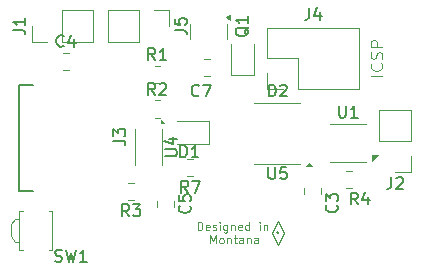
<source format=gbr>
%TF.GenerationSoftware,KiCad,Pcbnew,8.0.7*%
%TF.CreationDate,2025-01-08T21:55:33-07:00*%
%TF.ProjectId,Hat PCB,48617420-5043-4422-9e6b-696361645f70,rev?*%
%TF.SameCoordinates,Original*%
%TF.FileFunction,Legend,Top*%
%TF.FilePolarity,Positive*%
%FSLAX46Y46*%
G04 Gerber Fmt 4.6, Leading zero omitted, Abs format (unit mm)*
G04 Created by KiCad (PCBNEW 8.0.7) date 2025-01-08 21:55:33*
%MOMM*%
%LPD*%
G01*
G04 APERTURE LIST*
%ADD10C,0.100000*%
%ADD11C,0.150000*%
%ADD12C,0.120000*%
%ADD13C,0.200000*%
G04 APERTURE END LIST*
D10*
X240372419Y-113696115D02*
X239372419Y-113696115D01*
X240277180Y-112648497D02*
X240324800Y-112696116D01*
X240324800Y-112696116D02*
X240372419Y-112838973D01*
X240372419Y-112838973D02*
X240372419Y-112934211D01*
X240372419Y-112934211D02*
X240324800Y-113077068D01*
X240324800Y-113077068D02*
X240229561Y-113172306D01*
X240229561Y-113172306D02*
X240134323Y-113219925D01*
X240134323Y-113219925D02*
X239943847Y-113267544D01*
X239943847Y-113267544D02*
X239800990Y-113267544D01*
X239800990Y-113267544D02*
X239610514Y-113219925D01*
X239610514Y-113219925D02*
X239515276Y-113172306D01*
X239515276Y-113172306D02*
X239420038Y-113077068D01*
X239420038Y-113077068D02*
X239372419Y-112934211D01*
X239372419Y-112934211D02*
X239372419Y-112838973D01*
X239372419Y-112838973D02*
X239420038Y-112696116D01*
X239420038Y-112696116D02*
X239467657Y-112648497D01*
X240324800Y-112267544D02*
X240372419Y-112124687D01*
X240372419Y-112124687D02*
X240372419Y-111886592D01*
X240372419Y-111886592D02*
X240324800Y-111791354D01*
X240324800Y-111791354D02*
X240277180Y-111743735D01*
X240277180Y-111743735D02*
X240181942Y-111696116D01*
X240181942Y-111696116D02*
X240086704Y-111696116D01*
X240086704Y-111696116D02*
X239991466Y-111743735D01*
X239991466Y-111743735D02*
X239943847Y-111791354D01*
X239943847Y-111791354D02*
X239896228Y-111886592D01*
X239896228Y-111886592D02*
X239848609Y-112077068D01*
X239848609Y-112077068D02*
X239800990Y-112172306D01*
X239800990Y-112172306D02*
X239753371Y-112219925D01*
X239753371Y-112219925D02*
X239658133Y-112267544D01*
X239658133Y-112267544D02*
X239562895Y-112267544D01*
X239562895Y-112267544D02*
X239467657Y-112219925D01*
X239467657Y-112219925D02*
X239420038Y-112172306D01*
X239420038Y-112172306D02*
X239372419Y-112077068D01*
X239372419Y-112077068D02*
X239372419Y-111838973D01*
X239372419Y-111838973D02*
X239420038Y-111696116D01*
X240372419Y-111267544D02*
X239372419Y-111267544D01*
X239372419Y-111267544D02*
X239372419Y-110886592D01*
X239372419Y-110886592D02*
X239420038Y-110791354D01*
X239420038Y-110791354D02*
X239467657Y-110743735D01*
X239467657Y-110743735D02*
X239562895Y-110696116D01*
X239562895Y-110696116D02*
X239705752Y-110696116D01*
X239705752Y-110696116D02*
X239800990Y-110743735D01*
X239800990Y-110743735D02*
X239848609Y-110791354D01*
X239848609Y-110791354D02*
X239896228Y-110886592D01*
X239896228Y-110886592D02*
X239896228Y-111267544D01*
X224732455Y-126782172D02*
X224732455Y-126082172D01*
X224732455Y-126082172D02*
X224899122Y-126082172D01*
X224899122Y-126082172D02*
X224999122Y-126115505D01*
X224999122Y-126115505D02*
X225065789Y-126182172D01*
X225065789Y-126182172D02*
X225099122Y-126248839D01*
X225099122Y-126248839D02*
X225132455Y-126382172D01*
X225132455Y-126382172D02*
X225132455Y-126482172D01*
X225132455Y-126482172D02*
X225099122Y-126615505D01*
X225099122Y-126615505D02*
X225065789Y-126682172D01*
X225065789Y-126682172D02*
X224999122Y-126748839D01*
X224999122Y-126748839D02*
X224899122Y-126782172D01*
X224899122Y-126782172D02*
X224732455Y-126782172D01*
X225699122Y-126748839D02*
X225632455Y-126782172D01*
X225632455Y-126782172D02*
X225499122Y-126782172D01*
X225499122Y-126782172D02*
X225432455Y-126748839D01*
X225432455Y-126748839D02*
X225399122Y-126682172D01*
X225399122Y-126682172D02*
X225399122Y-126415505D01*
X225399122Y-126415505D02*
X225432455Y-126348839D01*
X225432455Y-126348839D02*
X225499122Y-126315505D01*
X225499122Y-126315505D02*
X225632455Y-126315505D01*
X225632455Y-126315505D02*
X225699122Y-126348839D01*
X225699122Y-126348839D02*
X225732455Y-126415505D01*
X225732455Y-126415505D02*
X225732455Y-126482172D01*
X225732455Y-126482172D02*
X225399122Y-126548839D01*
X225999122Y-126748839D02*
X226065789Y-126782172D01*
X226065789Y-126782172D02*
X226199122Y-126782172D01*
X226199122Y-126782172D02*
X226265789Y-126748839D01*
X226265789Y-126748839D02*
X226299122Y-126682172D01*
X226299122Y-126682172D02*
X226299122Y-126648839D01*
X226299122Y-126648839D02*
X226265789Y-126582172D01*
X226265789Y-126582172D02*
X226199122Y-126548839D01*
X226199122Y-126548839D02*
X226099122Y-126548839D01*
X226099122Y-126548839D02*
X226032455Y-126515505D01*
X226032455Y-126515505D02*
X225999122Y-126448839D01*
X225999122Y-126448839D02*
X225999122Y-126415505D01*
X225999122Y-126415505D02*
X226032455Y-126348839D01*
X226032455Y-126348839D02*
X226099122Y-126315505D01*
X226099122Y-126315505D02*
X226199122Y-126315505D01*
X226199122Y-126315505D02*
X226265789Y-126348839D01*
X226599122Y-126782172D02*
X226599122Y-126315505D01*
X226599122Y-126082172D02*
X226565789Y-126115505D01*
X226565789Y-126115505D02*
X226599122Y-126148839D01*
X226599122Y-126148839D02*
X226632456Y-126115505D01*
X226632456Y-126115505D02*
X226599122Y-126082172D01*
X226599122Y-126082172D02*
X226599122Y-126148839D01*
X227232455Y-126315505D02*
X227232455Y-126882172D01*
X227232455Y-126882172D02*
X227199122Y-126948839D01*
X227199122Y-126948839D02*
X227165789Y-126982172D01*
X227165789Y-126982172D02*
X227099122Y-127015505D01*
X227099122Y-127015505D02*
X226999122Y-127015505D01*
X226999122Y-127015505D02*
X226932455Y-126982172D01*
X227232455Y-126748839D02*
X227165789Y-126782172D01*
X227165789Y-126782172D02*
X227032455Y-126782172D01*
X227032455Y-126782172D02*
X226965789Y-126748839D01*
X226965789Y-126748839D02*
X226932455Y-126715505D01*
X226932455Y-126715505D02*
X226899122Y-126648839D01*
X226899122Y-126648839D02*
X226899122Y-126448839D01*
X226899122Y-126448839D02*
X226932455Y-126382172D01*
X226932455Y-126382172D02*
X226965789Y-126348839D01*
X226965789Y-126348839D02*
X227032455Y-126315505D01*
X227032455Y-126315505D02*
X227165789Y-126315505D01*
X227165789Y-126315505D02*
X227232455Y-126348839D01*
X227565788Y-126315505D02*
X227565788Y-126782172D01*
X227565788Y-126382172D02*
X227599122Y-126348839D01*
X227599122Y-126348839D02*
X227665788Y-126315505D01*
X227665788Y-126315505D02*
X227765788Y-126315505D01*
X227765788Y-126315505D02*
X227832455Y-126348839D01*
X227832455Y-126348839D02*
X227865788Y-126415505D01*
X227865788Y-126415505D02*
X227865788Y-126782172D01*
X228465788Y-126748839D02*
X228399121Y-126782172D01*
X228399121Y-126782172D02*
X228265788Y-126782172D01*
X228265788Y-126782172D02*
X228199121Y-126748839D01*
X228199121Y-126748839D02*
X228165788Y-126682172D01*
X228165788Y-126682172D02*
X228165788Y-126415505D01*
X228165788Y-126415505D02*
X228199121Y-126348839D01*
X228199121Y-126348839D02*
X228265788Y-126315505D01*
X228265788Y-126315505D02*
X228399121Y-126315505D01*
X228399121Y-126315505D02*
X228465788Y-126348839D01*
X228465788Y-126348839D02*
X228499121Y-126415505D01*
X228499121Y-126415505D02*
X228499121Y-126482172D01*
X228499121Y-126482172D02*
X228165788Y-126548839D01*
X229099121Y-126782172D02*
X229099121Y-126082172D01*
X229099121Y-126748839D02*
X229032455Y-126782172D01*
X229032455Y-126782172D02*
X228899121Y-126782172D01*
X228899121Y-126782172D02*
X228832455Y-126748839D01*
X228832455Y-126748839D02*
X228799121Y-126715505D01*
X228799121Y-126715505D02*
X228765788Y-126648839D01*
X228765788Y-126648839D02*
X228765788Y-126448839D01*
X228765788Y-126448839D02*
X228799121Y-126382172D01*
X228799121Y-126382172D02*
X228832455Y-126348839D01*
X228832455Y-126348839D02*
X228899121Y-126315505D01*
X228899121Y-126315505D02*
X229032455Y-126315505D01*
X229032455Y-126315505D02*
X229099121Y-126348839D01*
X229965787Y-126782172D02*
X229965787Y-126315505D01*
X229965787Y-126082172D02*
X229932454Y-126115505D01*
X229932454Y-126115505D02*
X229965787Y-126148839D01*
X229965787Y-126148839D02*
X229999121Y-126115505D01*
X229999121Y-126115505D02*
X229965787Y-126082172D01*
X229965787Y-126082172D02*
X229965787Y-126148839D01*
X230299120Y-126315505D02*
X230299120Y-126782172D01*
X230299120Y-126382172D02*
X230332454Y-126348839D01*
X230332454Y-126348839D02*
X230399120Y-126315505D01*
X230399120Y-126315505D02*
X230499120Y-126315505D01*
X230499120Y-126315505D02*
X230565787Y-126348839D01*
X230565787Y-126348839D02*
X230599120Y-126415505D01*
X230599120Y-126415505D02*
X230599120Y-126782172D01*
X225799121Y-127909133D02*
X225799121Y-127209133D01*
X225799121Y-127209133D02*
X226032455Y-127709133D01*
X226032455Y-127709133D02*
X226265788Y-127209133D01*
X226265788Y-127209133D02*
X226265788Y-127909133D01*
X226699121Y-127909133D02*
X226632455Y-127875800D01*
X226632455Y-127875800D02*
X226599121Y-127842466D01*
X226599121Y-127842466D02*
X226565788Y-127775800D01*
X226565788Y-127775800D02*
X226565788Y-127575800D01*
X226565788Y-127575800D02*
X226599121Y-127509133D01*
X226599121Y-127509133D02*
X226632455Y-127475800D01*
X226632455Y-127475800D02*
X226699121Y-127442466D01*
X226699121Y-127442466D02*
X226799121Y-127442466D01*
X226799121Y-127442466D02*
X226865788Y-127475800D01*
X226865788Y-127475800D02*
X226899121Y-127509133D01*
X226899121Y-127509133D02*
X226932455Y-127575800D01*
X226932455Y-127575800D02*
X226932455Y-127775800D01*
X226932455Y-127775800D02*
X226899121Y-127842466D01*
X226899121Y-127842466D02*
X226865788Y-127875800D01*
X226865788Y-127875800D02*
X226799121Y-127909133D01*
X226799121Y-127909133D02*
X226699121Y-127909133D01*
X227232454Y-127442466D02*
X227232454Y-127909133D01*
X227232454Y-127509133D02*
X227265788Y-127475800D01*
X227265788Y-127475800D02*
X227332454Y-127442466D01*
X227332454Y-127442466D02*
X227432454Y-127442466D01*
X227432454Y-127442466D02*
X227499121Y-127475800D01*
X227499121Y-127475800D02*
X227532454Y-127542466D01*
X227532454Y-127542466D02*
X227532454Y-127909133D01*
X227765787Y-127442466D02*
X228032454Y-127442466D01*
X227865787Y-127209133D02*
X227865787Y-127809133D01*
X227865787Y-127809133D02*
X227899121Y-127875800D01*
X227899121Y-127875800D02*
X227965787Y-127909133D01*
X227965787Y-127909133D02*
X228032454Y-127909133D01*
X228565787Y-127909133D02*
X228565787Y-127542466D01*
X228565787Y-127542466D02*
X228532454Y-127475800D01*
X228532454Y-127475800D02*
X228465787Y-127442466D01*
X228465787Y-127442466D02*
X228332454Y-127442466D01*
X228332454Y-127442466D02*
X228265787Y-127475800D01*
X228565787Y-127875800D02*
X228499121Y-127909133D01*
X228499121Y-127909133D02*
X228332454Y-127909133D01*
X228332454Y-127909133D02*
X228265787Y-127875800D01*
X228265787Y-127875800D02*
X228232454Y-127809133D01*
X228232454Y-127809133D02*
X228232454Y-127742466D01*
X228232454Y-127742466D02*
X228265787Y-127675800D01*
X228265787Y-127675800D02*
X228332454Y-127642466D01*
X228332454Y-127642466D02*
X228499121Y-127642466D01*
X228499121Y-127642466D02*
X228565787Y-127609133D01*
X228899120Y-127442466D02*
X228899120Y-127909133D01*
X228899120Y-127509133D02*
X228932454Y-127475800D01*
X228932454Y-127475800D02*
X228999120Y-127442466D01*
X228999120Y-127442466D02*
X229099120Y-127442466D01*
X229099120Y-127442466D02*
X229165787Y-127475800D01*
X229165787Y-127475800D02*
X229199120Y-127542466D01*
X229199120Y-127542466D02*
X229199120Y-127909133D01*
X229832453Y-127909133D02*
X229832453Y-127542466D01*
X229832453Y-127542466D02*
X229799120Y-127475800D01*
X229799120Y-127475800D02*
X229732453Y-127442466D01*
X229732453Y-127442466D02*
X229599120Y-127442466D01*
X229599120Y-127442466D02*
X229532453Y-127475800D01*
X229832453Y-127875800D02*
X229765787Y-127909133D01*
X229765787Y-127909133D02*
X229599120Y-127909133D01*
X229599120Y-127909133D02*
X229532453Y-127875800D01*
X229532453Y-127875800D02*
X229499120Y-127809133D01*
X229499120Y-127809133D02*
X229499120Y-127742466D01*
X229499120Y-127742466D02*
X229532453Y-127675800D01*
X229532453Y-127675800D02*
X229599120Y-127642466D01*
X229599120Y-127642466D02*
X229765787Y-127642466D01*
X229765787Y-127642466D02*
X229832453Y-127609133D01*
X232000000Y-127000000D02*
X231500000Y-126000000D01*
D11*
X231575000Y-127000000D02*
G75*
G02*
X231425000Y-127000000I-75000J0D01*
G01*
X231425000Y-127000000D02*
G75*
G02*
X231575000Y-127000000I75000J0D01*
G01*
D10*
X231500000Y-126000000D02*
X231000000Y-127000000D01*
X231500000Y-128000000D02*
X232000000Y-127000000D01*
X231500000Y-128000000D02*
X231000000Y-127000000D01*
D11*
X230713095Y-121449819D02*
X230713095Y-122259342D01*
X230713095Y-122259342D02*
X230760714Y-122354580D01*
X230760714Y-122354580D02*
X230808333Y-122402200D01*
X230808333Y-122402200D02*
X230903571Y-122449819D01*
X230903571Y-122449819D02*
X231094047Y-122449819D01*
X231094047Y-122449819D02*
X231189285Y-122402200D01*
X231189285Y-122402200D02*
X231236904Y-122354580D01*
X231236904Y-122354580D02*
X231284523Y-122259342D01*
X231284523Y-122259342D02*
X231284523Y-121449819D01*
X232236904Y-121449819D02*
X231760714Y-121449819D01*
X231760714Y-121449819D02*
X231713095Y-121926009D01*
X231713095Y-121926009D02*
X231760714Y-121878390D01*
X231760714Y-121878390D02*
X231855952Y-121830771D01*
X231855952Y-121830771D02*
X232094047Y-121830771D01*
X232094047Y-121830771D02*
X232189285Y-121878390D01*
X232189285Y-121878390D02*
X232236904Y-121926009D01*
X232236904Y-121926009D02*
X232284523Y-122021247D01*
X232284523Y-122021247D02*
X232284523Y-122259342D01*
X232284523Y-122259342D02*
X232236904Y-122354580D01*
X232236904Y-122354580D02*
X232189285Y-122402200D01*
X232189285Y-122402200D02*
X232094047Y-122449819D01*
X232094047Y-122449819D02*
X231855952Y-122449819D01*
X231855952Y-122449819D02*
X231760714Y-122402200D01*
X231760714Y-122402200D02*
X231713095Y-122354580D01*
X221954819Y-120511904D02*
X222764342Y-120511904D01*
X222764342Y-120511904D02*
X222859580Y-120464285D01*
X222859580Y-120464285D02*
X222907200Y-120416666D01*
X222907200Y-120416666D02*
X222954819Y-120321428D01*
X222954819Y-120321428D02*
X222954819Y-120130952D01*
X222954819Y-120130952D02*
X222907200Y-120035714D01*
X222907200Y-120035714D02*
X222859580Y-119988095D01*
X222859580Y-119988095D02*
X222764342Y-119940476D01*
X222764342Y-119940476D02*
X221954819Y-119940476D01*
X222288152Y-119035714D02*
X222954819Y-119035714D01*
X221907200Y-119273809D02*
X222621485Y-119511904D01*
X222621485Y-119511904D02*
X222621485Y-118892857D01*
X236688095Y-116254819D02*
X236688095Y-117064342D01*
X236688095Y-117064342D02*
X236735714Y-117159580D01*
X236735714Y-117159580D02*
X236783333Y-117207200D01*
X236783333Y-117207200D02*
X236878571Y-117254819D01*
X236878571Y-117254819D02*
X237069047Y-117254819D01*
X237069047Y-117254819D02*
X237164285Y-117207200D01*
X237164285Y-117207200D02*
X237211904Y-117159580D01*
X237211904Y-117159580D02*
X237259523Y-117064342D01*
X237259523Y-117064342D02*
X237259523Y-116254819D01*
X238259523Y-117254819D02*
X237688095Y-117254819D01*
X237973809Y-117254819D02*
X237973809Y-116254819D01*
X237973809Y-116254819D02*
X237878571Y-116397676D01*
X237878571Y-116397676D02*
X237783333Y-116492914D01*
X237783333Y-116492914D02*
X237688095Y-116540533D01*
X212666667Y-129407200D02*
X212809524Y-129454819D01*
X212809524Y-129454819D02*
X213047619Y-129454819D01*
X213047619Y-129454819D02*
X213142857Y-129407200D01*
X213142857Y-129407200D02*
X213190476Y-129359580D01*
X213190476Y-129359580D02*
X213238095Y-129264342D01*
X213238095Y-129264342D02*
X213238095Y-129169104D01*
X213238095Y-129169104D02*
X213190476Y-129073866D01*
X213190476Y-129073866D02*
X213142857Y-129026247D01*
X213142857Y-129026247D02*
X213047619Y-128978628D01*
X213047619Y-128978628D02*
X212857143Y-128931009D01*
X212857143Y-128931009D02*
X212761905Y-128883390D01*
X212761905Y-128883390D02*
X212714286Y-128835771D01*
X212714286Y-128835771D02*
X212666667Y-128740533D01*
X212666667Y-128740533D02*
X212666667Y-128645295D01*
X212666667Y-128645295D02*
X212714286Y-128550057D01*
X212714286Y-128550057D02*
X212761905Y-128502438D01*
X212761905Y-128502438D02*
X212857143Y-128454819D01*
X212857143Y-128454819D02*
X213095238Y-128454819D01*
X213095238Y-128454819D02*
X213238095Y-128502438D01*
X213571429Y-128454819D02*
X213809524Y-129454819D01*
X213809524Y-129454819D02*
X214000000Y-128740533D01*
X214000000Y-128740533D02*
X214190476Y-129454819D01*
X214190476Y-129454819D02*
X214428572Y-128454819D01*
X215333333Y-129454819D02*
X214761905Y-129454819D01*
X215047619Y-129454819D02*
X215047619Y-128454819D01*
X215047619Y-128454819D02*
X214952381Y-128597676D01*
X214952381Y-128597676D02*
X214857143Y-128692914D01*
X214857143Y-128692914D02*
X214761905Y-128740533D01*
X223920833Y-123604819D02*
X223587500Y-123128628D01*
X223349405Y-123604819D02*
X223349405Y-122604819D01*
X223349405Y-122604819D02*
X223730357Y-122604819D01*
X223730357Y-122604819D02*
X223825595Y-122652438D01*
X223825595Y-122652438D02*
X223873214Y-122700057D01*
X223873214Y-122700057D02*
X223920833Y-122795295D01*
X223920833Y-122795295D02*
X223920833Y-122938152D01*
X223920833Y-122938152D02*
X223873214Y-123033390D01*
X223873214Y-123033390D02*
X223825595Y-123081009D01*
X223825595Y-123081009D02*
X223730357Y-123128628D01*
X223730357Y-123128628D02*
X223349405Y-123128628D01*
X224254167Y-122604819D02*
X224920833Y-122604819D01*
X224920833Y-122604819D02*
X224492262Y-123604819D01*
X238283333Y-124604819D02*
X237950000Y-124128628D01*
X237711905Y-124604819D02*
X237711905Y-123604819D01*
X237711905Y-123604819D02*
X238092857Y-123604819D01*
X238092857Y-123604819D02*
X238188095Y-123652438D01*
X238188095Y-123652438D02*
X238235714Y-123700057D01*
X238235714Y-123700057D02*
X238283333Y-123795295D01*
X238283333Y-123795295D02*
X238283333Y-123938152D01*
X238283333Y-123938152D02*
X238235714Y-124033390D01*
X238235714Y-124033390D02*
X238188095Y-124081009D01*
X238188095Y-124081009D02*
X238092857Y-124128628D01*
X238092857Y-124128628D02*
X237711905Y-124128628D01*
X239140476Y-123938152D02*
X239140476Y-124604819D01*
X238902381Y-123557200D02*
X238664286Y-124271485D01*
X238664286Y-124271485D02*
X239283333Y-124271485D01*
X218920833Y-125604819D02*
X218587500Y-125128628D01*
X218349405Y-125604819D02*
X218349405Y-124604819D01*
X218349405Y-124604819D02*
X218730357Y-124604819D01*
X218730357Y-124604819D02*
X218825595Y-124652438D01*
X218825595Y-124652438D02*
X218873214Y-124700057D01*
X218873214Y-124700057D02*
X218920833Y-124795295D01*
X218920833Y-124795295D02*
X218920833Y-124938152D01*
X218920833Y-124938152D02*
X218873214Y-125033390D01*
X218873214Y-125033390D02*
X218825595Y-125081009D01*
X218825595Y-125081009D02*
X218730357Y-125128628D01*
X218730357Y-125128628D02*
X218349405Y-125128628D01*
X219254167Y-124604819D02*
X219873214Y-124604819D01*
X219873214Y-124604819D02*
X219539881Y-124985771D01*
X219539881Y-124985771D02*
X219682738Y-124985771D01*
X219682738Y-124985771D02*
X219777976Y-125033390D01*
X219777976Y-125033390D02*
X219825595Y-125081009D01*
X219825595Y-125081009D02*
X219873214Y-125176247D01*
X219873214Y-125176247D02*
X219873214Y-125414342D01*
X219873214Y-125414342D02*
X219825595Y-125509580D01*
X219825595Y-125509580D02*
X219777976Y-125557200D01*
X219777976Y-125557200D02*
X219682738Y-125604819D01*
X219682738Y-125604819D02*
X219397024Y-125604819D01*
X219397024Y-125604819D02*
X219301786Y-125557200D01*
X219301786Y-125557200D02*
X219254167Y-125509580D01*
X221133333Y-115334819D02*
X220800000Y-114858628D01*
X220561905Y-115334819D02*
X220561905Y-114334819D01*
X220561905Y-114334819D02*
X220942857Y-114334819D01*
X220942857Y-114334819D02*
X221038095Y-114382438D01*
X221038095Y-114382438D02*
X221085714Y-114430057D01*
X221085714Y-114430057D02*
X221133333Y-114525295D01*
X221133333Y-114525295D02*
X221133333Y-114668152D01*
X221133333Y-114668152D02*
X221085714Y-114763390D01*
X221085714Y-114763390D02*
X221038095Y-114811009D01*
X221038095Y-114811009D02*
X220942857Y-114858628D01*
X220942857Y-114858628D02*
X220561905Y-114858628D01*
X221514286Y-114430057D02*
X221561905Y-114382438D01*
X221561905Y-114382438D02*
X221657143Y-114334819D01*
X221657143Y-114334819D02*
X221895238Y-114334819D01*
X221895238Y-114334819D02*
X221990476Y-114382438D01*
X221990476Y-114382438D02*
X222038095Y-114430057D01*
X222038095Y-114430057D02*
X222085714Y-114525295D01*
X222085714Y-114525295D02*
X222085714Y-114620533D01*
X222085714Y-114620533D02*
X222038095Y-114763390D01*
X222038095Y-114763390D02*
X221466667Y-115334819D01*
X221466667Y-115334819D02*
X222085714Y-115334819D01*
X221133333Y-112384819D02*
X220800000Y-111908628D01*
X220561905Y-112384819D02*
X220561905Y-111384819D01*
X220561905Y-111384819D02*
X220942857Y-111384819D01*
X220942857Y-111384819D02*
X221038095Y-111432438D01*
X221038095Y-111432438D02*
X221085714Y-111480057D01*
X221085714Y-111480057D02*
X221133333Y-111575295D01*
X221133333Y-111575295D02*
X221133333Y-111718152D01*
X221133333Y-111718152D02*
X221085714Y-111813390D01*
X221085714Y-111813390D02*
X221038095Y-111861009D01*
X221038095Y-111861009D02*
X220942857Y-111908628D01*
X220942857Y-111908628D02*
X220561905Y-111908628D01*
X222085714Y-112384819D02*
X221514286Y-112384819D01*
X221800000Y-112384819D02*
X221800000Y-111384819D01*
X221800000Y-111384819D02*
X221704762Y-111527676D01*
X221704762Y-111527676D02*
X221609524Y-111622914D01*
X221609524Y-111622914D02*
X221514286Y-111670533D01*
X229050057Y-109595238D02*
X229002438Y-109690476D01*
X229002438Y-109690476D02*
X228907200Y-109785714D01*
X228907200Y-109785714D02*
X228764342Y-109928571D01*
X228764342Y-109928571D02*
X228716723Y-110023809D01*
X228716723Y-110023809D02*
X228716723Y-110119047D01*
X228954819Y-110071428D02*
X228907200Y-110166666D01*
X228907200Y-110166666D02*
X228811961Y-110261904D01*
X228811961Y-110261904D02*
X228621485Y-110309523D01*
X228621485Y-110309523D02*
X228288152Y-110309523D01*
X228288152Y-110309523D02*
X228097676Y-110261904D01*
X228097676Y-110261904D02*
X228002438Y-110166666D01*
X228002438Y-110166666D02*
X227954819Y-110071428D01*
X227954819Y-110071428D02*
X227954819Y-109880952D01*
X227954819Y-109880952D02*
X228002438Y-109785714D01*
X228002438Y-109785714D02*
X228097676Y-109690476D01*
X228097676Y-109690476D02*
X228288152Y-109642857D01*
X228288152Y-109642857D02*
X228621485Y-109642857D01*
X228621485Y-109642857D02*
X228811961Y-109690476D01*
X228811961Y-109690476D02*
X228907200Y-109785714D01*
X228907200Y-109785714D02*
X228954819Y-109880952D01*
X228954819Y-109880952D02*
X228954819Y-110071428D01*
X228954819Y-108690476D02*
X228954819Y-109261904D01*
X228954819Y-108976190D02*
X227954819Y-108976190D01*
X227954819Y-108976190D02*
X228097676Y-109071428D01*
X228097676Y-109071428D02*
X228192914Y-109166666D01*
X228192914Y-109166666D02*
X228240533Y-109261904D01*
X222784819Y-109833333D02*
X223499104Y-109833333D01*
X223499104Y-109833333D02*
X223641961Y-109880952D01*
X223641961Y-109880952D02*
X223737200Y-109976190D01*
X223737200Y-109976190D02*
X223784819Y-110119047D01*
X223784819Y-110119047D02*
X223784819Y-110214285D01*
X222784819Y-108880952D02*
X222784819Y-109357142D01*
X222784819Y-109357142D02*
X223261009Y-109404761D01*
X223261009Y-109404761D02*
X223213390Y-109357142D01*
X223213390Y-109357142D02*
X223165771Y-109261904D01*
X223165771Y-109261904D02*
X223165771Y-109023809D01*
X223165771Y-109023809D02*
X223213390Y-108928571D01*
X223213390Y-108928571D02*
X223261009Y-108880952D01*
X223261009Y-108880952D02*
X223356247Y-108833333D01*
X223356247Y-108833333D02*
X223594342Y-108833333D01*
X223594342Y-108833333D02*
X223689580Y-108880952D01*
X223689580Y-108880952D02*
X223737200Y-108928571D01*
X223737200Y-108928571D02*
X223784819Y-109023809D01*
X223784819Y-109023809D02*
X223784819Y-109261904D01*
X223784819Y-109261904D02*
X223737200Y-109357142D01*
X223737200Y-109357142D02*
X223689580Y-109404761D01*
X234166666Y-107954819D02*
X234166666Y-108669104D01*
X234166666Y-108669104D02*
X234119047Y-108811961D01*
X234119047Y-108811961D02*
X234023809Y-108907200D01*
X234023809Y-108907200D02*
X233880952Y-108954819D01*
X233880952Y-108954819D02*
X233785714Y-108954819D01*
X235071428Y-108288152D02*
X235071428Y-108954819D01*
X234833333Y-107907200D02*
X234595238Y-108621485D01*
X234595238Y-108621485D02*
X235214285Y-108621485D01*
X217589819Y-119208333D02*
X218304104Y-119208333D01*
X218304104Y-119208333D02*
X218446961Y-119255952D01*
X218446961Y-119255952D02*
X218542200Y-119351190D01*
X218542200Y-119351190D02*
X218589819Y-119494047D01*
X218589819Y-119494047D02*
X218589819Y-119589285D01*
X217589819Y-118827380D02*
X217589819Y-118208333D01*
X217589819Y-118208333D02*
X217970771Y-118541666D01*
X217970771Y-118541666D02*
X217970771Y-118398809D01*
X217970771Y-118398809D02*
X218018390Y-118303571D01*
X218018390Y-118303571D02*
X218066009Y-118255952D01*
X218066009Y-118255952D02*
X218161247Y-118208333D01*
X218161247Y-118208333D02*
X218399342Y-118208333D01*
X218399342Y-118208333D02*
X218494580Y-118255952D01*
X218494580Y-118255952D02*
X218542200Y-118303571D01*
X218542200Y-118303571D02*
X218589819Y-118398809D01*
X218589819Y-118398809D02*
X218589819Y-118684523D01*
X218589819Y-118684523D02*
X218542200Y-118779761D01*
X218542200Y-118779761D02*
X218494580Y-118827380D01*
X241116666Y-122284819D02*
X241116666Y-122999104D01*
X241116666Y-122999104D02*
X241069047Y-123141961D01*
X241069047Y-123141961D02*
X240973809Y-123237200D01*
X240973809Y-123237200D02*
X240830952Y-123284819D01*
X240830952Y-123284819D02*
X240735714Y-123284819D01*
X241545238Y-122380057D02*
X241592857Y-122332438D01*
X241592857Y-122332438D02*
X241688095Y-122284819D01*
X241688095Y-122284819D02*
X241926190Y-122284819D01*
X241926190Y-122284819D02*
X242021428Y-122332438D01*
X242021428Y-122332438D02*
X242069047Y-122380057D01*
X242069047Y-122380057D02*
X242116666Y-122475295D01*
X242116666Y-122475295D02*
X242116666Y-122570533D01*
X242116666Y-122570533D02*
X242069047Y-122713390D01*
X242069047Y-122713390D02*
X241497619Y-123284819D01*
X241497619Y-123284819D02*
X242116666Y-123284819D01*
X209124819Y-109833333D02*
X209839104Y-109833333D01*
X209839104Y-109833333D02*
X209981961Y-109880952D01*
X209981961Y-109880952D02*
X210077200Y-109976190D01*
X210077200Y-109976190D02*
X210124819Y-110119047D01*
X210124819Y-110119047D02*
X210124819Y-110214285D01*
X210124819Y-108833333D02*
X210124819Y-109404761D01*
X210124819Y-109119047D02*
X209124819Y-109119047D01*
X209124819Y-109119047D02*
X209267676Y-109214285D01*
X209267676Y-109214285D02*
X209362914Y-109309523D01*
X209362914Y-109309523D02*
X209410533Y-109404761D01*
X230761905Y-115454819D02*
X230761905Y-114454819D01*
X230761905Y-114454819D02*
X231000000Y-114454819D01*
X231000000Y-114454819D02*
X231142857Y-114502438D01*
X231142857Y-114502438D02*
X231238095Y-114597676D01*
X231238095Y-114597676D02*
X231285714Y-114692914D01*
X231285714Y-114692914D02*
X231333333Y-114883390D01*
X231333333Y-114883390D02*
X231333333Y-115026247D01*
X231333333Y-115026247D02*
X231285714Y-115216723D01*
X231285714Y-115216723D02*
X231238095Y-115311961D01*
X231238095Y-115311961D02*
X231142857Y-115407200D01*
X231142857Y-115407200D02*
X231000000Y-115454819D01*
X231000000Y-115454819D02*
X230761905Y-115454819D01*
X231714286Y-114550057D02*
X231761905Y-114502438D01*
X231761905Y-114502438D02*
X231857143Y-114454819D01*
X231857143Y-114454819D02*
X232095238Y-114454819D01*
X232095238Y-114454819D02*
X232190476Y-114502438D01*
X232190476Y-114502438D02*
X232238095Y-114550057D01*
X232238095Y-114550057D02*
X232285714Y-114645295D01*
X232285714Y-114645295D02*
X232285714Y-114740533D01*
X232285714Y-114740533D02*
X232238095Y-114883390D01*
X232238095Y-114883390D02*
X231666667Y-115454819D01*
X231666667Y-115454819D02*
X232285714Y-115454819D01*
X223261905Y-120604819D02*
X223261905Y-119604819D01*
X223261905Y-119604819D02*
X223500000Y-119604819D01*
X223500000Y-119604819D02*
X223642857Y-119652438D01*
X223642857Y-119652438D02*
X223738095Y-119747676D01*
X223738095Y-119747676D02*
X223785714Y-119842914D01*
X223785714Y-119842914D02*
X223833333Y-120033390D01*
X223833333Y-120033390D02*
X223833333Y-120176247D01*
X223833333Y-120176247D02*
X223785714Y-120366723D01*
X223785714Y-120366723D02*
X223738095Y-120461961D01*
X223738095Y-120461961D02*
X223642857Y-120557200D01*
X223642857Y-120557200D02*
X223500000Y-120604819D01*
X223500000Y-120604819D02*
X223261905Y-120604819D01*
X224785714Y-120604819D02*
X224214286Y-120604819D01*
X224500000Y-120604819D02*
X224500000Y-119604819D01*
X224500000Y-119604819D02*
X224404762Y-119747676D01*
X224404762Y-119747676D02*
X224309524Y-119842914D01*
X224309524Y-119842914D02*
X224214286Y-119890533D01*
X224833333Y-115359580D02*
X224785714Y-115407200D01*
X224785714Y-115407200D02*
X224642857Y-115454819D01*
X224642857Y-115454819D02*
X224547619Y-115454819D01*
X224547619Y-115454819D02*
X224404762Y-115407200D01*
X224404762Y-115407200D02*
X224309524Y-115311961D01*
X224309524Y-115311961D02*
X224261905Y-115216723D01*
X224261905Y-115216723D02*
X224214286Y-115026247D01*
X224214286Y-115026247D02*
X224214286Y-114883390D01*
X224214286Y-114883390D02*
X224261905Y-114692914D01*
X224261905Y-114692914D02*
X224309524Y-114597676D01*
X224309524Y-114597676D02*
X224404762Y-114502438D01*
X224404762Y-114502438D02*
X224547619Y-114454819D01*
X224547619Y-114454819D02*
X224642857Y-114454819D01*
X224642857Y-114454819D02*
X224785714Y-114502438D01*
X224785714Y-114502438D02*
X224833333Y-114550057D01*
X225166667Y-114454819D02*
X225833333Y-114454819D01*
X225833333Y-114454819D02*
X225404762Y-115454819D01*
X224039580Y-124716666D02*
X224087200Y-124764285D01*
X224087200Y-124764285D02*
X224134819Y-124907142D01*
X224134819Y-124907142D02*
X224134819Y-125002380D01*
X224134819Y-125002380D02*
X224087200Y-125145237D01*
X224087200Y-125145237D02*
X223991961Y-125240475D01*
X223991961Y-125240475D02*
X223896723Y-125288094D01*
X223896723Y-125288094D02*
X223706247Y-125335713D01*
X223706247Y-125335713D02*
X223563390Y-125335713D01*
X223563390Y-125335713D02*
X223372914Y-125288094D01*
X223372914Y-125288094D02*
X223277676Y-125240475D01*
X223277676Y-125240475D02*
X223182438Y-125145237D01*
X223182438Y-125145237D02*
X223134819Y-125002380D01*
X223134819Y-125002380D02*
X223134819Y-124907142D01*
X223134819Y-124907142D02*
X223182438Y-124764285D01*
X223182438Y-124764285D02*
X223230057Y-124716666D01*
X223134819Y-123811904D02*
X223134819Y-124288094D01*
X223134819Y-124288094D02*
X223611009Y-124335713D01*
X223611009Y-124335713D02*
X223563390Y-124288094D01*
X223563390Y-124288094D02*
X223515771Y-124192856D01*
X223515771Y-124192856D02*
X223515771Y-123954761D01*
X223515771Y-123954761D02*
X223563390Y-123859523D01*
X223563390Y-123859523D02*
X223611009Y-123811904D01*
X223611009Y-123811904D02*
X223706247Y-123764285D01*
X223706247Y-123764285D02*
X223944342Y-123764285D01*
X223944342Y-123764285D02*
X224039580Y-123811904D01*
X224039580Y-123811904D02*
X224087200Y-123859523D01*
X224087200Y-123859523D02*
X224134819Y-123954761D01*
X224134819Y-123954761D02*
X224134819Y-124192856D01*
X224134819Y-124192856D02*
X224087200Y-124288094D01*
X224087200Y-124288094D02*
X224039580Y-124335713D01*
X213383333Y-111179580D02*
X213335714Y-111227200D01*
X213335714Y-111227200D02*
X213192857Y-111274819D01*
X213192857Y-111274819D02*
X213097619Y-111274819D01*
X213097619Y-111274819D02*
X212954762Y-111227200D01*
X212954762Y-111227200D02*
X212859524Y-111131961D01*
X212859524Y-111131961D02*
X212811905Y-111036723D01*
X212811905Y-111036723D02*
X212764286Y-110846247D01*
X212764286Y-110846247D02*
X212764286Y-110703390D01*
X212764286Y-110703390D02*
X212811905Y-110512914D01*
X212811905Y-110512914D02*
X212859524Y-110417676D01*
X212859524Y-110417676D02*
X212954762Y-110322438D01*
X212954762Y-110322438D02*
X213097619Y-110274819D01*
X213097619Y-110274819D02*
X213192857Y-110274819D01*
X213192857Y-110274819D02*
X213335714Y-110322438D01*
X213335714Y-110322438D02*
X213383333Y-110370057D01*
X214240476Y-110608152D02*
X214240476Y-111274819D01*
X214002381Y-110227200D02*
X213764286Y-110941485D01*
X213764286Y-110941485D02*
X214383333Y-110941485D01*
X236489580Y-124666666D02*
X236537200Y-124714285D01*
X236537200Y-124714285D02*
X236584819Y-124857142D01*
X236584819Y-124857142D02*
X236584819Y-124952380D01*
X236584819Y-124952380D02*
X236537200Y-125095237D01*
X236537200Y-125095237D02*
X236441961Y-125190475D01*
X236441961Y-125190475D02*
X236346723Y-125238094D01*
X236346723Y-125238094D02*
X236156247Y-125285713D01*
X236156247Y-125285713D02*
X236013390Y-125285713D01*
X236013390Y-125285713D02*
X235822914Y-125238094D01*
X235822914Y-125238094D02*
X235727676Y-125190475D01*
X235727676Y-125190475D02*
X235632438Y-125095237D01*
X235632438Y-125095237D02*
X235584819Y-124952380D01*
X235584819Y-124952380D02*
X235584819Y-124857142D01*
X235584819Y-124857142D02*
X235632438Y-124714285D01*
X235632438Y-124714285D02*
X235680057Y-124666666D01*
X235584819Y-124333332D02*
X235584819Y-123714285D01*
X235584819Y-123714285D02*
X235965771Y-124047618D01*
X235965771Y-124047618D02*
X235965771Y-123904761D01*
X235965771Y-123904761D02*
X236013390Y-123809523D01*
X236013390Y-123809523D02*
X236061009Y-123761904D01*
X236061009Y-123761904D02*
X236156247Y-123714285D01*
X236156247Y-123714285D02*
X236394342Y-123714285D01*
X236394342Y-123714285D02*
X236489580Y-123761904D01*
X236489580Y-123761904D02*
X236537200Y-123809523D01*
X236537200Y-123809523D02*
X236584819Y-123904761D01*
X236584819Y-123904761D02*
X236584819Y-124190475D01*
X236584819Y-124190475D02*
X236537200Y-124285713D01*
X236537200Y-124285713D02*
X236489580Y-124333332D01*
D12*
%TO.C,U5*%
X231475000Y-121155000D02*
X233425000Y-121155000D01*
X231475000Y-121155000D02*
X229525000Y-121155000D01*
X231475000Y-116035000D02*
X233425000Y-116035000D01*
X231475000Y-116035000D02*
X229525000Y-116035000D01*
X234415000Y-121390000D02*
X233935000Y-121390000D01*
X234175000Y-121060000D01*
X234415000Y-121390000D01*
G36*
X234415000Y-121390000D02*
G01*
X233935000Y-121390000D01*
X234175000Y-121060000D01*
X234415000Y-121390000D01*
G37*
%TO.C,U4*%
X221685000Y-118250000D02*
X221685000Y-121250000D01*
X219415000Y-118250000D02*
X219415000Y-121250000D01*
X221880000Y-117730000D02*
X221600000Y-117730000D01*
X221600000Y-117450000D01*
X221880000Y-117730000D01*
G36*
X221880000Y-117730000D02*
G01*
X221600000Y-117730000D01*
X221600000Y-117450000D01*
X221880000Y-117730000D01*
G37*
%TO.C,U1*%
X238950000Y-121010000D02*
X235950000Y-121010000D01*
X238950000Y-117790000D02*
X235950000Y-117790000D01*
X239500000Y-120930000D02*
X239500000Y-120450000D01*
X239980000Y-120450000D01*
X239500000Y-120930000D01*
G36*
X239500000Y-120930000D02*
G01*
X239500000Y-120450000D01*
X239980000Y-120450000D01*
X239500000Y-120930000D01*
G37*
%TO.C,SW1*%
X209600000Y-128450000D02*
X209600000Y-125150000D01*
X209900000Y-128450000D02*
X209600000Y-128450000D01*
X212100000Y-128450000D02*
X212400000Y-128450000D01*
X212400000Y-128450000D02*
X212400000Y-125150000D01*
X209280000Y-127800000D02*
X209600000Y-127800000D01*
X208900000Y-127300000D02*
X209280000Y-127800000D01*
X208900000Y-127300000D02*
X208900000Y-126300000D01*
X208900000Y-126300000D02*
X209280000Y-125800000D01*
X209280000Y-125800000D02*
X209600000Y-125800000D01*
X209600000Y-125150000D02*
X209900000Y-125150000D01*
X212400000Y-125150000D02*
X212100000Y-125150000D01*
%TO.C,R7*%
X224314564Y-122235000D02*
X223860436Y-122235000D01*
X224314564Y-120765000D02*
X223860436Y-120765000D01*
%TO.C,R4*%
X237764564Y-123235000D02*
X237310436Y-123235000D01*
X237764564Y-121765000D02*
X237310436Y-121765000D01*
%TO.C,R3*%
X219314564Y-124235000D02*
X218860436Y-124235000D01*
X219314564Y-122765000D02*
X218860436Y-122765000D01*
%TO.C,R2*%
X221072936Y-115795000D02*
X221527064Y-115795000D01*
X221072936Y-117265000D02*
X221527064Y-117265000D01*
%TO.C,R1*%
X221072936Y-112845000D02*
X221527064Y-112845000D01*
X221072936Y-114315000D02*
X221527064Y-114315000D01*
%TO.C,Q1*%
X227210000Y-109937500D02*
X227210000Y-109287500D01*
X227210000Y-109937500D02*
X227210000Y-110587500D01*
X224090000Y-109937500D02*
X224090000Y-109287500D01*
X224090000Y-109937500D02*
X224090000Y-110587500D01*
X227490000Y-109015000D02*
X227160000Y-108775000D01*
X227490000Y-108535000D01*
X227490000Y-109015000D01*
G36*
X227490000Y-109015000D02*
G01*
X227160000Y-108775000D01*
X227490000Y-108535000D01*
X227490000Y-109015000D01*
G37*
%TO.C,J5*%
X222330000Y-108170000D02*
X222330000Y-109500000D01*
X221000000Y-108170000D02*
X222330000Y-108170000D01*
X219730000Y-108170000D02*
X217130000Y-108170000D01*
X219730000Y-108170000D02*
X219730000Y-110830000D01*
X217130000Y-108170000D02*
X217130000Y-110830000D01*
X219730000Y-110830000D02*
X217130000Y-110830000D01*
%TO.C,J4*%
X230630000Y-114830000D02*
X230630000Y-113500000D01*
X231960000Y-114830000D02*
X230630000Y-114830000D01*
X233230000Y-114830000D02*
X238370000Y-114830000D01*
X233230000Y-114830000D02*
X233230000Y-112230000D01*
X238370000Y-114830000D02*
X238370000Y-109630000D01*
X230630000Y-112230000D02*
X230630000Y-109630000D01*
X233230000Y-112230000D02*
X230630000Y-112230000D01*
X230630000Y-109630000D02*
X238370000Y-109630000D01*
D13*
%TO.C,J3*%
X209600000Y-123470000D02*
X210750000Y-123470000D01*
X209600000Y-114530000D02*
X209600000Y-123470000D01*
X210750000Y-114530000D02*
X209600000Y-114530000D01*
D12*
%TO.C,J2*%
X242780000Y-121830000D02*
X241450000Y-121830000D01*
X242780000Y-120500000D02*
X242780000Y-121830000D01*
X242780000Y-119230000D02*
X242780000Y-116630000D01*
X242780000Y-119230000D02*
X240120000Y-119230000D01*
X242780000Y-116630000D02*
X240120000Y-116630000D01*
X240120000Y-119230000D02*
X240120000Y-116630000D01*
%TO.C,J1*%
X210670000Y-110830000D02*
X210670000Y-109500000D01*
X212000000Y-110830000D02*
X210670000Y-110830000D01*
X213270000Y-110830000D02*
X215870000Y-110830000D01*
X213270000Y-110830000D02*
X213270000Y-108170000D01*
X215870000Y-110830000D02*
X215870000Y-108170000D01*
X213270000Y-108170000D02*
X215870000Y-108170000D01*
%TO.C,D2*%
X227540000Y-113685000D02*
X229460000Y-113685000D01*
X229460000Y-113685000D02*
X229460000Y-111000000D01*
X227540000Y-111000000D02*
X227540000Y-113685000D01*
%TO.C,D1*%
X225685000Y-119460000D02*
X225685000Y-117540000D01*
X225685000Y-117540000D02*
X223000000Y-117540000D01*
X223000000Y-119460000D02*
X225685000Y-119460000D01*
%TO.C,C7*%
X225288748Y-112265000D02*
X225811252Y-112265000D01*
X225288748Y-113735000D02*
X225811252Y-113735000D01*
%TO.C,C5*%
X222735000Y-124288748D02*
X222735000Y-124811252D01*
X221265000Y-124288748D02*
X221265000Y-124811252D01*
%TO.C,C4*%
X213288748Y-111765000D02*
X213811252Y-111765000D01*
X213288748Y-113235000D02*
X213811252Y-113235000D01*
%TO.C,C3*%
X235185000Y-123188748D02*
X235185000Y-123711252D01*
X233715000Y-123188748D02*
X233715000Y-123711252D01*
%TD*%
M02*

</source>
